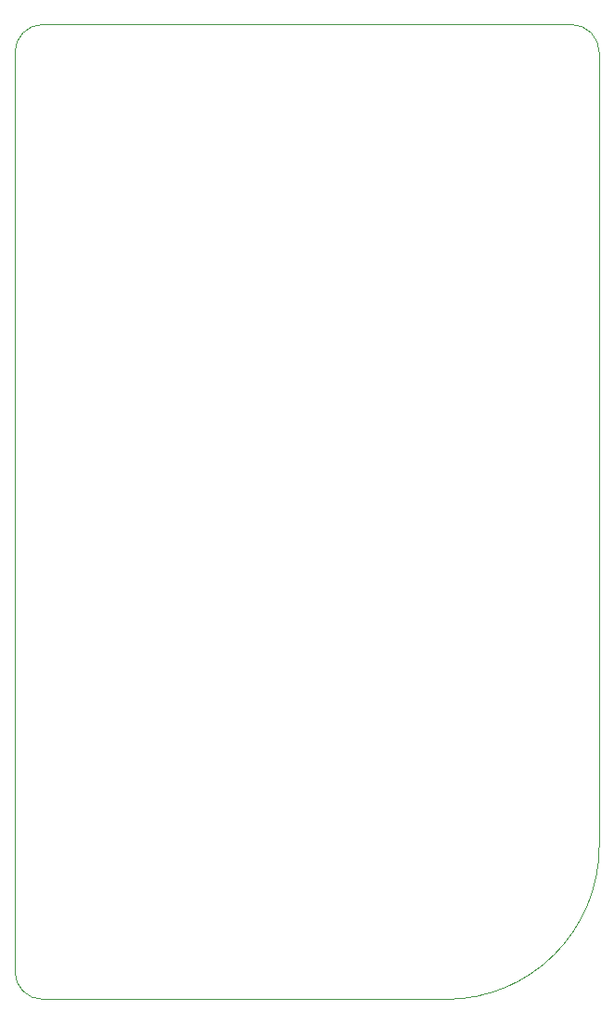
<source format=gbr>
%TF.GenerationSoftware,KiCad,Pcbnew,(5.1.10-1-10_14)*%
%TF.CreationDate,2021-08-15T20:20:53+09:00*%
%TF.ProjectId,gamejoy,67616d65-6a6f-4792-9e6b-696361645f70,rev?*%
%TF.SameCoordinates,Original*%
%TF.FileFunction,Profile,NP*%
%FSLAX46Y46*%
G04 Gerber Fmt 4.6, Leading zero omitted, Abs format (unit mm)*
G04 Created by KiCad (PCBNEW (5.1.10-1-10_14)) date 2021-08-15 20:20:53*
%MOMM*%
%LPD*%
G01*
G04 APERTURE LIST*
%TA.AperFunction,Profile*%
%ADD10C,0.050000*%
%TD*%
G04 APERTURE END LIST*
D10*
X132080000Y-130810000D02*
G75*
G02*
X118110000Y-144780000I-13970000J0D01*
G01*
X81280000Y-144780000D02*
G75*
G02*
X78740000Y-142240000I0J2540000D01*
G01*
X78740000Y-58420000D02*
G75*
G02*
X81280000Y-55880000I2540000J0D01*
G01*
X129540000Y-55880000D02*
G75*
G02*
X132080000Y-58420000I0J-2540000D01*
G01*
X78740000Y-142240000D02*
X78740000Y-58420000D01*
X118110000Y-144780000D02*
X81280000Y-144780000D01*
X132080000Y-58420000D02*
X132080000Y-130810000D01*
X81280000Y-55880000D02*
X129540000Y-55880000D01*
M02*

</source>
